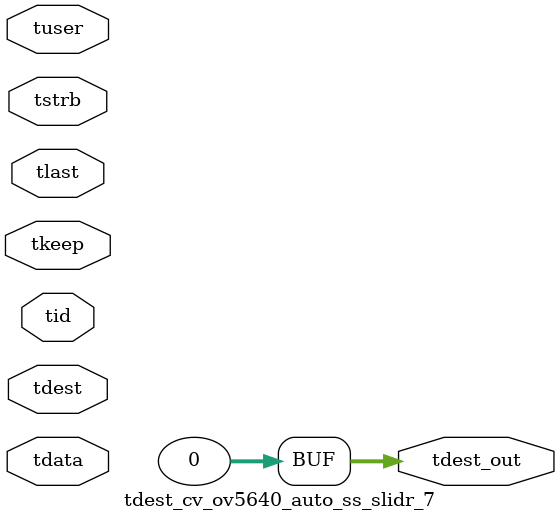
<source format=v>


`timescale 1ps/1ps

module tdest_cv_ov5640_auto_ss_slidr_7 #
(
parameter C_S_AXIS_TDATA_WIDTH = 32,
parameter C_S_AXIS_TUSER_WIDTH = 0,
parameter C_S_AXIS_TID_WIDTH   = 0,
parameter C_S_AXIS_TDEST_WIDTH = 0,
parameter C_M_AXIS_TDEST_WIDTH = 32
)
(
input  [(C_S_AXIS_TDATA_WIDTH == 0 ? 1 : C_S_AXIS_TDATA_WIDTH)-1:0     ] tdata,
input  [(C_S_AXIS_TUSER_WIDTH == 0 ? 1 : C_S_AXIS_TUSER_WIDTH)-1:0     ] tuser,
input  [(C_S_AXIS_TID_WIDTH   == 0 ? 1 : C_S_AXIS_TID_WIDTH)-1:0       ] tid,
input  [(C_S_AXIS_TDEST_WIDTH == 0 ? 1 : C_S_AXIS_TDEST_WIDTH)-1:0     ] tdest,
input  [(C_S_AXIS_TDATA_WIDTH/8)-1:0 ] tkeep,
input  [(C_S_AXIS_TDATA_WIDTH/8)-1:0 ] tstrb,
input                                                                    tlast,
output [C_M_AXIS_TDEST_WIDTH-1:0] tdest_out
);

assign tdest_out = {1'b0};

endmodule


</source>
